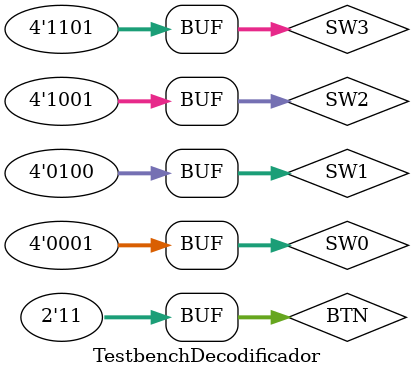
<source format=sv>
`timescale 1ns / 1ps
module TestbenchDecodificador;
    logic [6:0]  SEG;      //displays de 7 segmentos
    logic [3:0]  AN, SW0, SW1, SW2, SW3;       //ánodos del display de siete segmentos y grupo de switches
    logic [1:0] BTN;       //botones 
       
    decodificador uut (
        .SW0(SW0),
        .SW1(SW1),
        .SW2(SW2),
        .SW3(SW3),
        .BTN(BTN),
        .AN(AN),
        .SEG(SEG)      
        );
       
    initial begin
    //caso #1. Primer grupo de switches
    BTN = 2'b00;#1;
    //caso correcto
    SW0 = 4'b0011; #30;
    //casos incorrectos
    SW0 = 4'b0001; #30;
    SW1 = 4'b0100; #30;
    
    //caso #2. Segundo grupo de switches    
    BTN = 2'b01;#1;
    //caso correcto
    SW1 = 4'b0110; #30;
    //casos incorrectos
    SW1 = 4'b0100; #30;
    SW0 = 4'b0001; #30;
    
    //caso #3. Tercer grupo de switches  
    BTN = 2'b10;#1;
    //caso correcto
    SW2 = 4'b1000; #30;
    //casos incorrectos
    SW2 = 4'b1001; #30;
    SW0 = 4'b0001; #30;
    
    //caso #4. Cuarto grupo de switches      
    BTN = 2'b11;#1;
    //caso correcto
    SW3 = 4'b1001; #30;
    //casos incorrectos
    SW3 = 4'b1101; #30;
    SW0 = 4'b0001; #30;

    end
    
endmodule

</source>
